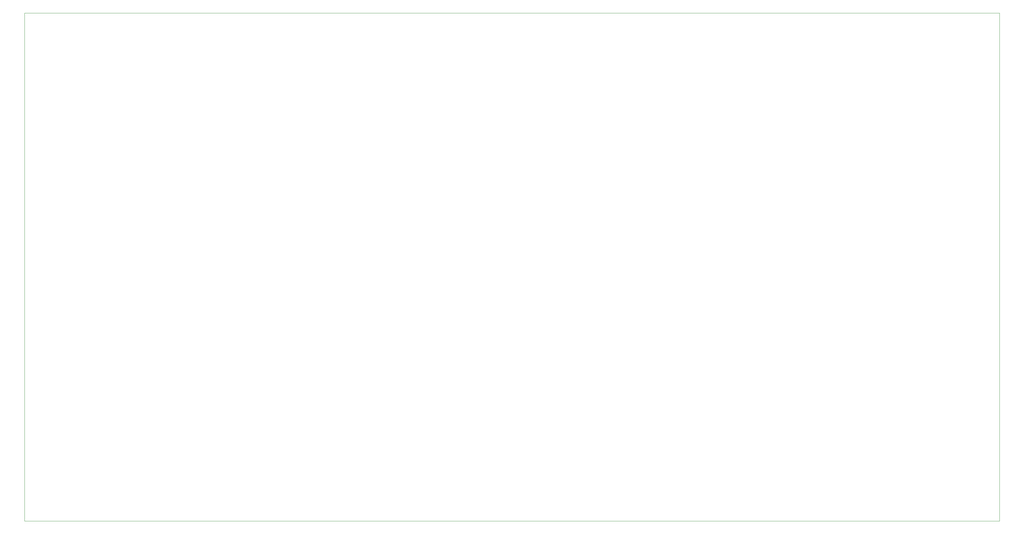
<source format=gbr>
%TF.GenerationSoftware,KiCad,Pcbnew,8.0.0*%
%TF.CreationDate,2024-05-17T21:06:57-04:00*%
%TF.ProjectId,Eater 6502 computer,45617465-7220-4363-9530-3220636f6d70,rev?*%
%TF.SameCoordinates,Original*%
%TF.FileFunction,Profile,NP*%
%FSLAX46Y46*%
G04 Gerber Fmt 4.6, Leading zero omitted, Abs format (unit mm)*
G04 Created by KiCad (PCBNEW 8.0.0) date 2024-05-17 21:06:57*
%MOMM*%
%LPD*%
G01*
G04 APERTURE LIST*
%TA.AperFunction,Profile*%
%ADD10C,0.100000*%
%TD*%
G04 APERTURE END LIST*
D10*
X284835600Y-12141200D02*
X12141200Y-12141200D01*
X284835600Y-154432000D02*
X284835600Y-12141200D01*
X248920000Y-154432000D02*
X12141200Y-154432000D01*
X248920000Y-154432000D02*
X284835600Y-154432000D01*
X12141200Y-154432000D02*
X12141200Y-12141200D01*
M02*

</source>
